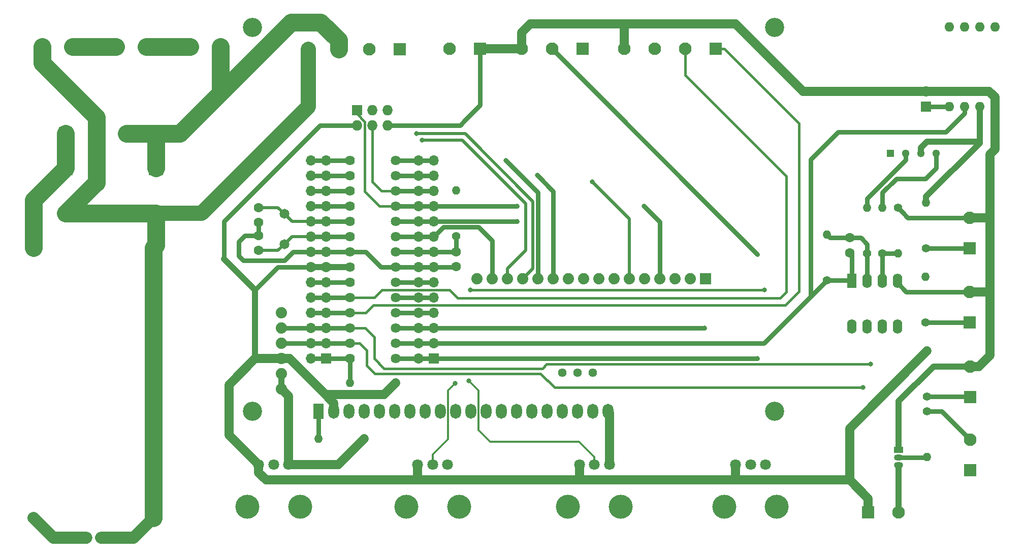
<source format=gtl>
G04 #@! TF.GenerationSoftware,KiCad,Pcbnew,(5.1.2)-2*
G04 #@! TF.CreationDate,2020-04-07T11:29:11-03:00*
G04 #@! TF.ProjectId,controller,636f6e74-726f-46c6-9c65-722e6b696361,rev?*
G04 #@! TF.SameCoordinates,Original*
G04 #@! TF.FileFunction,Copper,L1,Top*
G04 #@! TF.FilePolarity,Positive*
%FSLAX46Y46*%
G04 Gerber Fmt 4.6, Leading zero omitted, Abs format (unit mm)*
G04 Created by KiCad (PCBNEW (5.1.2)-2) date 2020-04-07 11:29:11*
%MOMM*%
%LPD*%
G04 APERTURE LIST*
%ADD10C,1.400000*%
%ADD11O,1.400000X1.400000*%
%ADD12R,1.300000X1.300000*%
%ADD13C,1.300000*%
%ADD14R,1.879600X1.879600*%
%ADD15C,1.879600*%
%ADD16C,2.000000*%
%ADD17R,2.100000X2.100000*%
%ADD18C,2.100000*%
%ADD19R,1.600000X2.400000*%
%ADD20O,1.600000X2.400000*%
%ADD21C,1.600000*%
%ADD22R,1.727200X1.727200*%
%ADD23O,1.727200X1.727200*%
%ADD24C,1.625600*%
%ADD25C,1.651000*%
%ADD26C,1.800000*%
%ADD27C,4.000000*%
%ADD28R,1.700000X1.700000*%
%ADD29O,1.700000X1.700000*%
%ADD30R,1.600000X1.600000*%
%ADD31O,1.600000X1.600000*%
%ADD32R,2.200000X2.200000*%
%ADD33O,2.200000X2.200000*%
%ADD34O,1.500000X1.050000*%
%ADD35R,1.500000X1.050000*%
%ADD36R,2.400000X2.400000*%
%ADD37C,2.400000*%
%ADD38R,1.800000X2.500000*%
%ADD39O,1.800000X2.500000*%
%ADD40C,3.200000*%
%ADD41C,1.440000*%
%ADD42C,0.800000*%
%ADD43C,0.750000*%
%ADD44C,0.500000*%
%ADD45C,1.000000*%
%ADD46C,3.000000*%
%ADD47C,2.000000*%
%ADD48C,1.500000*%
%ADD49C,2.500000*%
%ADD50C,0.400000*%
%ADD51C,0.330000*%
%ADD52C,0.250000*%
G04 APERTURE END LIST*
D10*
X-19677380Y-17371060D03*
D11*
X-27297380Y-17371060D03*
D12*
X62806580Y20949920D03*
D13*
X65346580Y20949920D03*
X67886580Y20949920D03*
X70426580Y20949920D03*
D14*
X31998920Y920D03*
D15*
X29458920Y920D03*
X26918920Y920D03*
X24378920Y920D03*
X21838920Y920D03*
X19298920Y920D03*
X16758920Y920D03*
X14218920Y920D03*
X11678920Y920D03*
X9138920Y920D03*
X6598920Y920D03*
X4058920Y920D03*
X1518920Y920D03*
X-1018540Y920D03*
X-3558540Y920D03*
X-6098540Y920D03*
D16*
X-80032880Y5182280D03*
X-60032880Y5182280D03*
X-60032880Y-39817720D03*
X-80032880Y-39817720D03*
D17*
X11498580Y38364160D03*
D18*
X6418580Y38364160D03*
X1338580Y38364160D03*
D10*
X64091820Y11866880D03*
D11*
X64091820Y4246880D03*
X61473080Y11871960D03*
D10*
X61473080Y4251960D03*
D11*
X52207160Y7353300D03*
D10*
X52207160Y-266700D03*
D19*
X56375300Y-274320D03*
D20*
X63995300Y-7894320D03*
X58915300Y-274320D03*
X61455300Y-7894320D03*
X61455300Y-274320D03*
X58915300Y-7894320D03*
X63995300Y-274320D03*
X56375300Y-7894320D03*
D21*
X56073040Y4348480D03*
X56073040Y6848480D03*
D10*
X58912760Y4244340D03*
D11*
X58912760Y11864340D03*
D15*
X-38696800Y-15808960D03*
X-38696800Y-5648960D03*
X-38696800Y-18348960D03*
X-38696800Y-8188960D03*
X-38696800Y-10728960D03*
X-38696800Y-13268960D03*
D21*
X-9560560Y4518660D03*
X-9560560Y2018660D03*
X-42471340Y4726940D03*
X-42471340Y7226940D03*
X-42471340Y9420220D03*
X-42471340Y11920220D03*
D22*
X-26085800Y28173680D03*
D23*
X-26085800Y25633680D03*
X-23545800Y28173680D03*
X-23545800Y25633680D03*
X-21005800Y28173680D03*
X-21005800Y25633680D03*
D11*
X-32510000Y-26680000D03*
D10*
X-24890000Y-26680000D03*
X-9550400Y7101840D03*
D11*
X-9550400Y14721840D03*
D24*
X-27282140Y-13276580D03*
X-27282140Y-10736580D03*
X-27282140Y-8196580D03*
X-27282140Y-5656580D03*
X-27282140Y-3116580D03*
X-27282140Y-576580D03*
X-27282140Y1963420D03*
X-27282140Y4503420D03*
X-27282140Y7043420D03*
X-27282140Y9583420D03*
X-27282140Y12123420D03*
X-27282140Y14663420D03*
X-27282140Y17203420D03*
X-27282140Y19743420D03*
X-19662140Y19743420D03*
X-19662140Y17203420D03*
X-19662140Y14663420D03*
X-19662140Y12123420D03*
X-19662140Y9583420D03*
X-19662140Y7043420D03*
X-19662140Y4503420D03*
X-19662140Y1963420D03*
X-19662140Y-576580D03*
X-19662140Y-3116580D03*
X-19662140Y-5656580D03*
X-19662140Y-8196580D03*
X-19662140Y-10736580D03*
X-19662140Y-13276580D03*
D25*
X-38193980Y10861040D03*
X-38193980Y5781040D03*
D26*
X42000000Y-31000000D03*
X39500000Y-31000000D03*
X37000000Y-31000000D03*
D27*
X43900000Y-38000000D03*
X35100000Y-38000000D03*
D26*
X-37500000Y-31000000D03*
X-40000000Y-31000000D03*
X-42500000Y-31000000D03*
D27*
X-35600000Y-38000000D03*
X-44400000Y-38000000D03*
X-17900000Y-38000000D03*
X-9100000Y-38000000D03*
D26*
X-16000000Y-31000000D03*
X-13500000Y-31000000D03*
X-11000000Y-31000000D03*
X16000000Y-31000000D03*
X13500000Y-31000000D03*
X11000000Y-31000000D03*
D27*
X17900000Y-38000000D03*
X9100000Y-38000000D03*
D28*
X-31262320Y-13268960D03*
D29*
X-33802320Y-13268960D03*
X-31262320Y-10728960D03*
X-33802320Y-10728960D03*
X-31262320Y-8188960D03*
X-33802320Y-8188960D03*
X-31262320Y-5648960D03*
X-33802320Y-5648960D03*
X-31262320Y-3108960D03*
X-33802320Y-3108960D03*
X-31262320Y-568960D03*
X-33802320Y-568960D03*
X-31262320Y1971040D03*
X-33802320Y1971040D03*
X-31262320Y4511040D03*
X-33802320Y4511040D03*
X-31262320Y7051040D03*
X-33802320Y7051040D03*
X-31262320Y9591040D03*
X-33802320Y9591040D03*
X-31262320Y12131040D03*
X-33802320Y12131040D03*
X-31262320Y14671040D03*
X-33802320Y14671040D03*
X-31262320Y17211040D03*
X-33802320Y17211040D03*
X-31262320Y19751040D03*
X-33802320Y19751040D03*
D28*
X-13253720Y-13268960D03*
D29*
X-15793720Y-13268960D03*
X-13253720Y-10728960D03*
X-15793720Y-10728960D03*
X-13253720Y-8188960D03*
X-15793720Y-8188960D03*
X-13253720Y-5648960D03*
X-15793720Y-5648960D03*
X-13253720Y-3108960D03*
X-15793720Y-3108960D03*
X-13253720Y-568960D03*
X-15793720Y-568960D03*
X-13253720Y1971040D03*
X-15793720Y1971040D03*
X-13253720Y4511040D03*
X-15793720Y4511040D03*
X-13253720Y7051040D03*
X-15793720Y7051040D03*
X-13253720Y9591040D03*
X-15793720Y9591040D03*
X-13253720Y12131040D03*
X-15793720Y12131040D03*
X-13253720Y14671040D03*
X-15793720Y14671040D03*
X-13253720Y17211040D03*
X-15793720Y17211040D03*
X-13253720Y19751040D03*
X-15793720Y19751040D03*
D21*
X-71221600Y-43157140D03*
X-68721600Y-43157140D03*
D30*
X80230980Y28757880D03*
D31*
X72610980Y42057880D03*
X77690980Y28757880D03*
X75150980Y42057880D03*
X75150980Y28757880D03*
X77690980Y42057880D03*
X72610980Y28757880D03*
X80230980Y42057880D03*
D32*
X-74693780Y24257000D03*
D33*
X-64533780Y24257000D03*
D28*
X68737480Y28747720D03*
D29*
X68737480Y31287720D03*
D34*
X64203580Y-29735780D03*
X64203580Y-31005780D03*
D35*
X64203580Y-28465780D03*
D10*
X68930520Y-22105620D03*
D11*
X68930520Y-29725620D03*
D17*
X59113420Y-38900000D03*
D18*
X64193420Y-38900000D03*
D17*
X-73474580Y38717220D03*
D18*
X-78554580Y38717220D03*
X76098459Y-14587799D03*
D17*
X76098459Y-19667799D03*
X76095860Y-31879540D03*
D18*
X76095860Y-26799540D03*
D11*
X68920360Y-12031980D03*
D10*
X68920360Y-19651980D03*
D36*
X-59634120Y18468340D03*
D37*
X-59634120Y10968340D03*
X-74683620Y10960720D03*
D36*
X-74683620Y18460720D03*
D17*
X33719279Y38377279D03*
D18*
X28639279Y38377279D03*
X23559279Y38377279D03*
X18479279Y38377279D03*
D17*
X-5560000Y38360000D03*
D18*
X-10640000Y38360000D03*
X76070519Y-2131839D03*
D17*
X76070519Y-7211839D03*
X76062899Y5135161D03*
D18*
X76062899Y10215161D03*
D10*
X68663820Y-7226300D03*
D11*
X68663820Y393700D03*
X68737480Y12712700D03*
D10*
X68737480Y5092700D03*
D17*
X-18980260Y38321620D03*
D18*
X-24060260Y38321620D03*
X-29140260Y38321620D03*
X-34220260Y38321620D03*
D17*
X-48823880Y38717220D03*
D18*
X-53903880Y38717220D03*
D17*
X-61239400Y38717220D03*
D18*
X-66319400Y38717220D03*
D38*
X-32499300Y-22098920D03*
D39*
X-29959300Y-22098920D03*
X-27419300Y-22098920D03*
X-24879300Y-22098920D03*
X-22339300Y-22098920D03*
X-19799300Y-22098920D03*
X-17259300Y-22098920D03*
X-14719300Y-22098920D03*
X-12179300Y-22098920D03*
X-9639300Y-22098920D03*
X-7099300Y-22098920D03*
X-4559300Y-22098920D03*
X-2019300Y-22098920D03*
X520700Y-22098920D03*
X3060700Y-22098920D03*
X5600700Y-22098920D03*
X8140700Y-22098920D03*
X10680700Y-22098920D03*
X13220700Y-22098920D03*
X15760700Y-22098920D03*
D40*
X-43500000Y-22100000D03*
X43500000Y-22100000D03*
X-43500000Y41900000D03*
X43500000Y41900000D03*
D41*
X13210000Y-15630000D03*
X10670000Y-15630000D03*
X8130000Y-15630000D03*
D42*
X561040Y12131040D03*
X21758960Y12131040D03*
X13100000Y16190000D03*
X40661040Y-13268960D03*
X40660000Y4122740D03*
X31851040Y-8188960D03*
X-9740000Y-17410000D03*
X-7450000Y-16970000D03*
X591040Y9591040D03*
X-15210000Y23180000D03*
X-16180000Y24200000D03*
X3950000Y17270000D03*
X-1271040Y19751040D03*
X59550000Y-14210000D03*
X58220000Y-18100000D03*
X-7221041Y-1858959D03*
X41861041Y-1858959D03*
D43*
X-13253720Y4511040D02*
X-15793720Y4511040D01*
X-19654520Y4511040D02*
X-19662140Y4503420D01*
X-15793720Y4511040D02*
X-19654520Y4511040D01*
X-9568180Y4511040D02*
X-9560560Y4518660D01*
X-13253720Y4511040D02*
X-9568180Y4511040D01*
X-9550400Y4528820D02*
X-9560560Y4518660D01*
X-9550400Y7101840D02*
X-9550400Y4528820D01*
D44*
X-15801340Y1963420D02*
X-15793720Y1971040D01*
D43*
X-13253720Y1971040D02*
X-15793720Y1971040D01*
X-19654520Y1971040D02*
X-19662140Y1963420D01*
X-15793720Y1971040D02*
X-19654520Y1971040D01*
X-33802320Y4511040D02*
X-31262320Y4511040D01*
X-31254700Y4503420D02*
X-31262320Y4511040D01*
X-27282140Y4503420D02*
X-31254700Y4503420D01*
X-42471340Y9420220D02*
X-42471340Y7226940D01*
D45*
X-38696800Y-15808960D02*
X-38696800Y-18348960D01*
D43*
X-27282140Y4503420D02*
X-24645620Y4503420D01*
X-22105620Y1963420D02*
X-19662140Y1963420D01*
X-24645620Y4503420D02*
X-22105620Y1963420D01*
D46*
X-59641740Y10960720D02*
X-59634120Y10968340D01*
X-59634120Y5581040D02*
X-60032880Y5182280D01*
X-59634120Y10968340D02*
X-59634120Y5581040D01*
X-60032880Y-38403507D02*
X-60032880Y5182280D01*
X-60032880Y-39817720D02*
X-60032880Y-38403507D01*
X-74683620Y10960720D02*
X-69489280Y10960720D01*
X-69489280Y10960720D02*
X-59641740Y10960720D01*
X-78554580Y36024580D02*
X-78554580Y38717220D01*
X-69489280Y26959280D02*
X-78554580Y36024580D01*
D47*
X-63372300Y-43157140D02*
X-60032880Y-39817720D01*
X-68721600Y-43157140D02*
X-63372300Y-43157140D01*
D43*
X-9608180Y1971040D02*
X-9560560Y2018660D01*
X-13253720Y1971040D02*
X-9608180Y1971040D01*
D48*
X79420000Y-12751182D02*
X79420000Y-12230000D01*
X77583383Y-14587799D02*
X79420000Y-12751182D01*
X76098459Y-14587799D02*
X77583383Y-14587799D01*
X79420000Y-1900000D02*
X79420000Y-12230000D01*
X79188161Y-2131839D02*
X76070519Y-2131839D01*
X79420000Y-1900000D02*
X79188161Y-2131839D01*
X79420000Y8342984D02*
X79420000Y-1900000D01*
X80230980Y30299020D02*
X80230980Y28757880D01*
X79242280Y31287720D02*
X80230980Y30299020D01*
X68737480Y31287720D02*
X79242280Y31287720D01*
X1338580Y38364160D02*
X1338580Y41118580D01*
X1338580Y41118580D02*
X2760000Y42540000D01*
X2760000Y42540000D02*
X17340000Y42540000D01*
X16000000Y-22338220D02*
X15760700Y-22098920D01*
X16000000Y-31000000D02*
X16000000Y-22338220D01*
X-37500000Y-19545760D02*
X-38696800Y-18348960D01*
X-37500000Y-31000000D02*
X-37500000Y-19545760D01*
X-29210000Y-31000000D02*
X-24890000Y-26680000D01*
X-37500000Y-31000000D02*
X-29210000Y-31000000D01*
D43*
X64791819Y11166881D02*
X64091820Y11866880D01*
X65743539Y10215161D02*
X64791819Y11166881D01*
X76062899Y10215161D02*
X65743539Y10215161D01*
D48*
X80230980Y21580980D02*
X80230980Y28757880D01*
X79420000Y20770000D02*
X80230980Y21580980D01*
X79155161Y10215161D02*
X79420000Y10480000D01*
X76062899Y10215161D02*
X79155161Y10215161D01*
X79420000Y8342984D02*
X79420000Y10480000D01*
X79420000Y10480000D02*
X79420000Y20770000D01*
X48272280Y31287720D02*
X68737480Y31287720D01*
X37020000Y42540000D02*
X48272280Y31287720D01*
X18479279Y42360721D02*
X18300000Y42540000D01*
X18479279Y38377279D02*
X18479279Y42360721D01*
X17340000Y42540000D02*
X18300000Y42540000D01*
X18300000Y42540000D02*
X37020000Y42540000D01*
D43*
X70298161Y-2131839D02*
X76070519Y-2131839D01*
X65452819Y-2131839D02*
X70298161Y-2131839D01*
X63995300Y-674320D02*
X65452819Y-2131839D01*
X63995300Y-274320D02*
X63995300Y-674320D01*
X-33802320Y4511040D02*
X-36728960Y4511040D01*
X-36728960Y4511040D02*
X-38180000Y3060000D01*
X-42471340Y7226940D02*
X-44813060Y7226940D01*
X-44813060Y7226940D02*
X-45790000Y6250000D01*
X-45790000Y6250000D02*
X-45790000Y3840000D01*
X-45010000Y3060000D02*
X-38180000Y3060000D01*
X-45790000Y3840000D02*
X-45010000Y3060000D01*
X-21005800Y25633680D02*
X-8926320Y25633680D01*
D45*
X64203580Y-28465780D02*
X64203580Y-20416420D01*
X70032201Y-14587799D02*
X76098459Y-14587799D01*
X64203580Y-20416420D02*
X70032201Y-14587799D01*
D46*
X-69603620Y16040720D02*
X-69489280Y16040720D01*
X-74683620Y10960720D02*
X-69603620Y16040720D01*
X-69489280Y16040720D02*
X-69489280Y26959280D01*
D48*
X1334420Y38360000D02*
X1338580Y38364160D01*
X-5560000Y38360000D02*
X1334420Y38360000D01*
D43*
X-5560000Y29000000D02*
X-8045000Y26515000D01*
X-5560000Y38360000D02*
X-5560000Y29000000D01*
X-8926320Y25633680D02*
X-8045000Y26515000D01*
D49*
X-59634120Y10968340D02*
X-51991660Y10968340D01*
X-34220260Y28739740D02*
X-34220260Y38321620D01*
X-51991660Y10968340D02*
X-34220260Y28739740D01*
D43*
X-31254700Y-13276580D02*
X-31262320Y-13268960D01*
X-27282140Y-13276580D02*
X-31254700Y-13276580D01*
X-31262320Y-13268960D02*
X-33802320Y-13268960D01*
X-27287220Y-13281660D02*
X-27282140Y-13276580D01*
X-27282140Y-17355820D02*
X-27297380Y-17371060D01*
X-27282140Y-13276580D02*
X-27282140Y-17355820D01*
X-15801340Y7043420D02*
X-15793720Y7051040D01*
X-19662140Y7043420D02*
X-15801340Y7043420D01*
X-15793720Y7051040D02*
X-13253720Y7051040D01*
D45*
X-31254700Y1963420D02*
X-31262320Y1971040D01*
X-27282140Y1963420D02*
X-31254700Y1963420D01*
X-32771080Y1971040D02*
X-33802320Y1971040D01*
X-31262320Y1971040D02*
X-32771080Y1971040D01*
D47*
X-76693460Y-43157140D02*
X-80032880Y-39817720D01*
X-71221600Y-43157140D02*
X-76693460Y-43157140D01*
D45*
X67886580Y21869158D02*
X67886580Y20949920D01*
X68887422Y22870000D02*
X67886580Y21869158D01*
X77620000Y22870000D02*
X68887422Y22870000D01*
X77690980Y22940980D02*
X77620000Y22870000D01*
X77690980Y22656149D02*
X77690980Y23950980D01*
X68737480Y13702649D02*
X77690980Y22656149D01*
X68737480Y12712700D02*
X68737480Y13702649D01*
X77690980Y28757880D02*
X77690980Y23950980D01*
X77690980Y23950980D02*
X77690980Y22940980D01*
D48*
X-37367723Y-13268960D02*
X-38696800Y-13268960D01*
X-29959300Y-22098920D02*
X-29959300Y-20677383D01*
X-29959300Y-20677383D02*
X-31368342Y-19268342D01*
X-31368342Y-19268342D02*
X-37367723Y-13268960D01*
X-21574662Y-19268342D02*
X-19677380Y-17371060D01*
X-31368342Y-19268342D02*
X-21574662Y-19268342D01*
X56008840Y-33530000D02*
X59113420Y-36634580D01*
X37000000Y-33390000D02*
X37140000Y-33530000D01*
X37000000Y-31000000D02*
X37000000Y-33390000D01*
X37140000Y-33530000D02*
X56008840Y-33530000D01*
X11000000Y-33320000D02*
X10790000Y-33530000D01*
X11000000Y-31000000D02*
X11000000Y-33320000D01*
X10790000Y-33530000D02*
X37140000Y-33530000D01*
X-42500000Y-32272792D02*
X-42500000Y-31000000D01*
X-41242792Y-33530000D02*
X-42500000Y-32272792D01*
X-16000000Y-33310000D02*
X-16220000Y-33530000D01*
X-16000000Y-31000000D02*
X-16000000Y-33310000D01*
X10790000Y-33530000D02*
X-16220000Y-33530000D01*
X-16220000Y-33530000D02*
X-41242792Y-33530000D01*
D43*
X-11663730Y8641030D02*
X-5821030Y8641030D01*
X-13253720Y7051040D02*
X-11663730Y8641030D01*
X-3558540Y6378540D02*
X-5821030Y8641030D01*
X-3558540Y920D02*
X-3558540Y6378540D01*
D48*
X-38696800Y-13268960D02*
X-43078960Y-13268960D01*
X-43078960Y-13268960D02*
X-47450000Y-17640000D01*
X-47450000Y-26050000D02*
X-42500000Y-31000000D01*
X-47450000Y-17640000D02*
X-47450000Y-26050000D01*
D43*
X-35004401Y1971040D02*
X-33802320Y1971040D01*
X-35008822Y1975461D02*
X-35004401Y1971040D01*
X-39244539Y1975461D02*
X-35008822Y1975461D01*
X-43078960Y-1858960D02*
X-39244539Y1975461D01*
D48*
X56008840Y-24943500D02*
X68920360Y-12031980D01*
X56008840Y-33530000D02*
X56008840Y-24943500D01*
X59113420Y-38900000D02*
X59113420Y-36634580D01*
D45*
X-43078960Y-13268960D02*
X-43078960Y-1858960D01*
X-48290000Y3352080D02*
X-43078960Y-1858960D01*
D43*
X-48290000Y3352080D02*
X-48290000Y9610000D01*
X-32266320Y25633680D02*
X-26085800Y25633680D01*
X-48290000Y9610000D02*
X-32266320Y25633680D01*
X-13253720Y12131040D02*
X-15793720Y12131040D01*
X-19654520Y12131040D02*
X-19662140Y12123420D01*
X-15793720Y12131040D02*
X-19654520Y12131040D01*
D50*
X-24809401Y26227411D02*
X-24809401Y14549401D01*
X-26085800Y28173680D02*
X-26085800Y27503810D01*
X-26085800Y27503810D02*
X-24809401Y26227411D01*
X-22383420Y12123420D02*
X-19662140Y12123420D01*
X-24809401Y14549401D02*
X-22383420Y12123420D01*
D43*
X-13253720Y12131040D02*
X561040Y12131040D01*
X24378920Y920D02*
X24378920Y9511080D01*
X24378920Y9511080D02*
X21758960Y12131040D01*
X21758960Y12131040D02*
X21758960Y12131040D01*
X-15801340Y14663420D02*
X-15793720Y14671040D01*
X-19662140Y14663420D02*
X-15801340Y14663420D01*
X-15793720Y14671040D02*
X-13253720Y14671040D01*
D50*
X-23545800Y25633680D02*
X-23545800Y16185800D01*
X-22023420Y14663420D02*
X-19662140Y14663420D01*
X-23545800Y16185800D02*
X-22023420Y14663420D01*
D44*
X19298920Y9991080D02*
X13100000Y16190000D01*
X19298920Y920D02*
X19298920Y9991080D01*
D43*
X-33802320Y-5648960D02*
X-31262320Y-5648960D01*
X-27289760Y-5648960D02*
X-27282140Y-5656580D01*
X-31262320Y-5648960D02*
X-27289760Y-5648960D01*
D50*
X35169279Y38377279D02*
X33719279Y38377279D01*
X-27282140Y-5656580D02*
X-24596580Y-5656580D01*
X-24596580Y-5656580D02*
X-23338959Y-4398959D01*
X-23338959Y-4398959D02*
X45281041Y-4398959D01*
X45281041Y-4398959D02*
X47620000Y-2060000D01*
X47620000Y-2060000D02*
X47620000Y25926558D01*
X47620000Y25926558D02*
X35169279Y38377279D01*
D43*
X-31254700Y-3116580D02*
X-31262320Y-3108960D01*
X-31262320Y-3108960D02*
X-33802320Y-3108960D01*
X-28576580Y-3116580D02*
X-31254700Y-3116580D01*
X-27282140Y-3116580D02*
X-28576580Y-3116580D01*
D50*
X-23206580Y-3116580D02*
X-28576580Y-3116580D01*
X-10671041Y-1858959D02*
X-21948959Y-1858959D01*
X28639279Y38377279D02*
X28639279Y33990721D01*
X-21948959Y-1858959D02*
X-23206580Y-3116580D01*
X28639279Y33990721D02*
X45490000Y17140000D01*
X45490000Y17140000D02*
X45490000Y-2190000D01*
X45490000Y-2190000D02*
X44460000Y-3220000D01*
X44460000Y-3220000D02*
X-9310000Y-3220000D01*
X-9310000Y-3220000D02*
X-10671041Y-1858959D01*
D43*
X-33802320Y12131040D02*
X-31262320Y12131040D01*
X-31254700Y12123420D02*
X-31262320Y12131040D01*
X-27282140Y12123420D02*
X-31254700Y12123420D01*
X-27289760Y14671040D02*
X-27282140Y14663420D01*
X-31262320Y14671040D02*
X-27289760Y14671040D01*
X-33802320Y14671040D02*
X-31262320Y14671040D01*
D44*
X-15801340Y-10736580D02*
X-15793720Y-10728960D01*
D43*
X-13253720Y-10728960D02*
X-15793720Y-10728960D01*
X-19654520Y-10728960D02*
X-19662140Y-10736580D01*
X-15793720Y-10728960D02*
X-19654520Y-10728960D01*
X56375300Y4046220D02*
X56073040Y4348480D01*
X56375300Y-274320D02*
X56375300Y4046220D01*
X56367680Y-266700D02*
X56375300Y-274320D01*
X52207160Y-266700D02*
X56367680Y-266700D01*
X-12051639Y-10728960D02*
X-13253720Y-10728960D01*
X41744900Y-10728960D02*
X43511930Y-8961930D01*
X38948960Y-10728960D02*
X41744900Y-10728960D01*
X38948960Y-10728960D02*
X-12051639Y-10728960D01*
X40754951Y-10728960D02*
X38948960Y-10728960D01*
X75150980Y27626510D02*
X72024470Y24500000D01*
X75150980Y28757880D02*
X75150980Y27626510D01*
X72024470Y24500000D02*
X54110000Y24500000D01*
X49566930Y19956930D02*
X49566930Y-2906930D01*
X54110000Y24500000D02*
X49566930Y19956930D01*
X52207160Y-266700D02*
X49566930Y-2906930D01*
X49566930Y-2906930D02*
X43511930Y-8961930D01*
X-15801340Y-13276580D02*
X-15793720Y-13268960D01*
X-19662140Y-13276580D02*
X-15801340Y-13276580D01*
X-15793720Y-13268960D02*
X-13253720Y-13268960D01*
X-13253720Y-13268960D02*
X40661040Y-13268960D01*
X40661040Y-13268960D02*
X40661040Y-13268960D01*
X6418580Y38364160D02*
X40660000Y4122740D01*
X40660000Y4122740D02*
X40660000Y4122740D01*
X-33802320Y7051040D02*
X-31262320Y7051040D01*
X-31254700Y7043420D02*
X-31262320Y7051040D01*
X-27282140Y7043420D02*
X-31254700Y7043420D01*
D44*
X-36923980Y7051040D02*
X-38193980Y5781040D01*
X-33802320Y7051040D02*
X-36923980Y7051040D01*
X-39248080Y4726940D02*
X-38193980Y5781040D01*
X-42471340Y4726940D02*
X-39248080Y4726940D01*
D43*
X-33802320Y9591040D02*
X-31262320Y9591040D01*
X-31254700Y9583420D02*
X-31262320Y9591040D01*
X-27282140Y9583420D02*
X-31254700Y9583420D01*
D44*
X-36923980Y9591040D02*
X-38193980Y10861040D01*
X-33802320Y9591040D02*
X-36923980Y9591040D01*
X-39253160Y11920220D02*
X-38193980Y10861040D01*
X-42471340Y11920220D02*
X-39253160Y11920220D01*
D43*
X-15801340Y-8196580D02*
X-15793720Y-8188960D01*
X-19662140Y-8196580D02*
X-15801340Y-8196580D01*
X-15793720Y-8188960D02*
X-13253720Y-8188960D01*
X-13253720Y-8188960D02*
X31851040Y-8188960D01*
D44*
X-15801340Y-5656580D02*
X-15793720Y-5648960D01*
D43*
X-13253720Y-5648960D02*
X-15793720Y-5648960D01*
X-19654520Y-5648960D02*
X-19662140Y-5656580D01*
X-15793720Y-5648960D02*
X-19654520Y-5648960D01*
X-13261340Y-3116580D02*
X-13253720Y-3108960D01*
X-15801340Y-3116580D02*
X-15793720Y-3108960D01*
X-19662140Y-3116580D02*
X-15801340Y-3116580D01*
X-15793720Y-3108960D02*
X-13253720Y-3108960D01*
D51*
X-10139999Y-17809999D02*
X-9740000Y-17410000D01*
X-10904310Y-18574310D02*
X-10139999Y-17809999D01*
X-13500000Y-29301380D02*
X-10904310Y-26705690D01*
X-13500000Y-31000000D02*
X-13500000Y-29301380D01*
X-10904310Y-26705690D02*
X-10904310Y-18574310D01*
D44*
X-15801340Y-576580D02*
X-15793720Y-568960D01*
D43*
X-13261340Y-576580D02*
X-13253720Y-568960D01*
X-13253720Y-568960D02*
X-15793720Y-568960D01*
X-19654520Y-568960D02*
X-19662140Y-576580D01*
X-15793720Y-568960D02*
X-19654520Y-568960D01*
D51*
X-5824310Y-18595690D02*
X-7450000Y-16970000D01*
D52*
X-5824310Y-21864310D02*
X-5824310Y-25225690D01*
D51*
X-5824310Y-20874310D02*
X-5824310Y-25225690D01*
X-5824310Y-20874310D02*
X-5824310Y-18595690D01*
X-5824310Y-21864310D02*
X-5824310Y-20874310D01*
X13500000Y-29727208D02*
X13500000Y-31000000D01*
X10952792Y-27180000D02*
X13500000Y-29727208D01*
X-5824310Y-25225690D02*
X-3870000Y-27180000D01*
X-3870000Y-27180000D02*
X10952792Y-27180000D01*
D46*
X-74693780Y18470880D02*
X-74683620Y18460720D01*
X-74693780Y24257000D02*
X-74693780Y18470880D01*
X-80032880Y13111460D02*
X-74683620Y18460720D01*
X-80032880Y5182280D02*
X-80032880Y13111460D01*
X-64533780Y24257000D02*
X-60093000Y24257000D01*
X-60093000Y24257000D02*
X-59634120Y23798120D01*
X-59634120Y23798120D02*
X-59634120Y18468340D01*
X-60093000Y24257000D02*
X-55623000Y24257000D01*
X-48823880Y31056120D02*
X-48823880Y38717220D01*
X-55623000Y24257000D02*
X-48823880Y31056120D01*
X-37060000Y42820000D02*
X-55623000Y24257000D01*
X-29140260Y38321620D02*
X-29140260Y39810260D01*
X-32150000Y42820000D02*
X-37060000Y42820000D01*
X-29140260Y39810260D02*
X-32150000Y42820000D01*
X-73474580Y38717220D02*
X-66319400Y38717220D01*
D43*
X58915300Y4241800D02*
X58912760Y4244340D01*
X58915300Y-274320D02*
X58915300Y4241800D01*
X58912760Y4244340D02*
X58912760Y5827240D01*
X57891520Y6848480D02*
X56073040Y6848480D01*
X58912760Y5827240D02*
X57891520Y6848480D01*
X52711980Y6848480D02*
X52207160Y7353300D01*
X56073040Y6848480D02*
X52711980Y6848480D01*
X-15801340Y9583420D02*
X-15793720Y9591040D01*
X-19662140Y9583420D02*
X-15801340Y9583420D01*
X-15793720Y9591040D02*
X-13253720Y9591040D01*
X68779941Y5135161D02*
X68737480Y5092700D01*
X76062899Y5135161D02*
X68779941Y5135161D01*
X-13253720Y9591040D02*
X591040Y9591040D01*
D45*
X72595740Y28773120D02*
X72610980Y28757880D01*
D43*
X72600820Y28747720D02*
X72610980Y28757880D01*
X68737480Y28747720D02*
X72600820Y28747720D01*
X68920360Y-29735780D02*
X68930520Y-29725620D01*
X64203580Y-29735780D02*
X68920360Y-29735780D01*
X64203580Y-39174420D02*
X64193420Y-39184580D01*
D45*
X64193420Y-31015940D02*
X64203580Y-31005780D01*
X64193420Y-38900000D02*
X64193420Y-31015940D01*
D43*
X58912760Y11864340D02*
X58912760Y13412760D01*
X65346580Y19846580D02*
X65346580Y20949920D01*
X58912760Y13412760D02*
X65346580Y19846580D01*
X70426580Y20949920D02*
X70426580Y18506580D01*
X70426580Y18506580D02*
X68660000Y16740000D01*
X68660000Y16740000D02*
X63820000Y16740000D01*
X61473080Y14393080D02*
X61473080Y11871960D01*
X63820000Y16740000D02*
X61473080Y14393080D01*
X61478160Y4246880D02*
X61473080Y4251960D01*
X64091820Y4246880D02*
X61478160Y4246880D01*
X61455300Y4234180D02*
X61473080Y4251960D01*
X61455300Y-274320D02*
X61455300Y4234180D01*
X71401940Y-22105620D02*
X76095860Y-26799540D01*
X68930520Y-22105620D02*
X71401940Y-22105620D01*
X-33802320Y17211040D02*
X-31262320Y17211040D01*
X-31254700Y17203420D02*
X-31262320Y17211040D01*
X-27282140Y17203420D02*
X-31254700Y17203420D01*
D44*
X-15210000Y23180000D02*
X-10140000Y23180000D01*
X-1018540Y920D02*
X-1018540Y1691460D01*
X-1018540Y1691460D02*
X2060000Y4770000D01*
X2060000Y4770000D02*
X2060000Y12530000D01*
X-8590000Y23180000D02*
X-10140000Y23180000D01*
X2060000Y12530000D02*
X-8590000Y23180000D01*
D43*
X-31254700Y19743420D02*
X-31262320Y19751040D01*
X-27282140Y19743420D02*
X-31254700Y19743420D01*
X-31262320Y19751040D02*
X-33802320Y19751040D01*
D44*
X3233910Y1715910D02*
X3233910Y12916090D01*
X1518920Y920D02*
X3233910Y1715910D01*
X-8050000Y24200000D02*
X-16180000Y24200000D01*
X3233910Y12916090D02*
X-8050000Y24200000D01*
D43*
X-15801340Y17203420D02*
X-15793720Y17211040D01*
X-19662140Y17203420D02*
X-15801340Y17203420D01*
X-15793720Y17211040D02*
X-13253720Y17211040D01*
X6598920Y920D02*
X6598920Y14621080D01*
X6598920Y14621080D02*
X3950000Y17270000D01*
X3950000Y17270000D02*
X3950000Y17270000D01*
X-15801340Y19743420D02*
X-15793720Y19751040D01*
X-19662140Y19743420D02*
X-15801340Y19743420D01*
X-15793720Y19751040D02*
X-13253720Y19751040D01*
X4058920Y14421080D02*
X4058920Y920D01*
X-1271040Y19751040D02*
X4058920Y14421080D01*
X-1271040Y19751040D02*
X-1271040Y19751040D01*
X-31254700Y-8196580D02*
X-31262320Y-8188960D01*
X-27282140Y-8196580D02*
X-31254700Y-8196580D01*
X-31262320Y-8188960D02*
X-33802320Y-8188960D01*
X-33802320Y-8188960D02*
X-38696800Y-8188960D01*
X76082640Y-19651980D02*
X76098459Y-19667799D01*
X68920360Y-19651980D02*
X76082640Y-19651980D01*
D50*
X-27282140Y-8196580D02*
X-24703420Y-8196580D01*
X-24703420Y-8196580D02*
X-23200000Y-9700000D01*
X-23200000Y-9700000D02*
X-23200000Y-13300000D01*
X-23200000Y-13300000D02*
X-21570000Y-14930000D01*
X-21570000Y-14930000D02*
X3460000Y-14930000D01*
X4800000Y-14930000D02*
X5520000Y-14210000D01*
X3460000Y-14930000D02*
X4800000Y-14930000D01*
X5520000Y-14210000D02*
X59550000Y-14210000D01*
X59550000Y-14210000D02*
X59550000Y-14210000D01*
D43*
X-33802320Y-10728960D02*
X-31262320Y-10728960D01*
X-27289760Y-10728960D02*
X-27282140Y-10736580D01*
X-31262320Y-10728960D02*
X-27289760Y-10728960D01*
X-33802320Y-10728960D02*
X-38696800Y-10728960D01*
D50*
X-27282140Y-10736580D02*
X-25673420Y-10736580D01*
X-25673420Y-10736580D02*
X-24510000Y-11900000D01*
X-24510000Y-11900000D02*
X-24510000Y-14410000D01*
X-24510000Y-14410000D02*
X-23140000Y-15780000D01*
X-4170000Y-15780000D02*
X4520000Y-15780000D01*
X-4170000Y-15780000D02*
X2690000Y-15780000D01*
X-23140000Y-15780000D02*
X-4170000Y-15780000D01*
X4520000Y-15780000D02*
X6840000Y-18100000D01*
X6840000Y-18100000D02*
X58220000Y-18100000D01*
X58220000Y-18100000D02*
X58220000Y-18100000D01*
D43*
X-33802320Y-568960D02*
X-31262320Y-568960D01*
X-27289760Y-568960D02*
X-27282140Y-576580D01*
X-31262320Y-568960D02*
X-27289760Y-568960D01*
X68678281Y-7211839D02*
X68663820Y-7226300D01*
X76070519Y-7211839D02*
X68678281Y-7211839D01*
D50*
X-7221041Y-1858959D02*
X41861041Y-1858959D01*
D46*
X-61239400Y38717220D02*
X-53903880Y38717220D01*
D43*
X-32499300Y-26669300D02*
X-32510000Y-26680000D01*
X-32499300Y-22098920D02*
X-32499300Y-26669300D01*
M02*

</source>
